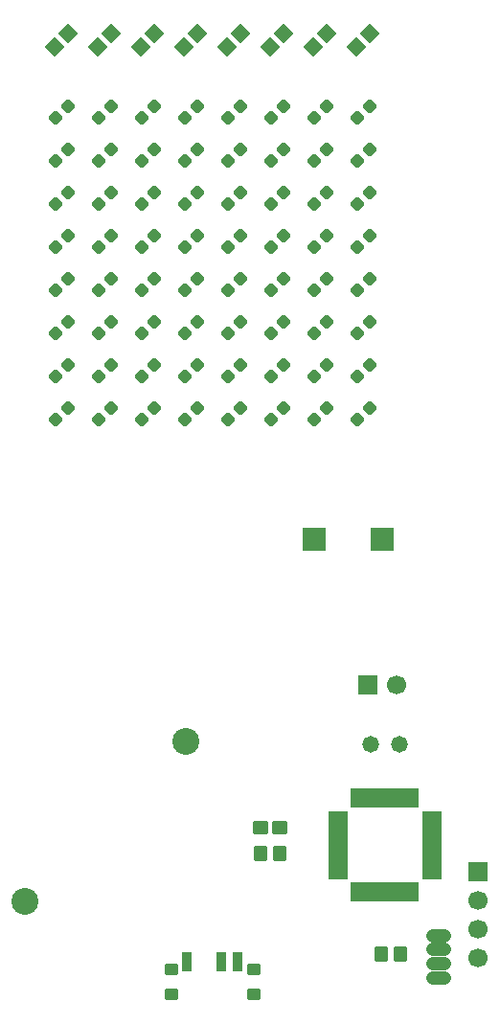
<source format=gbr>
%TF.GenerationSoftware,KiCad,Pcbnew,9.0.4*%
%TF.CreationDate,2025-08-30T15:32:04-04:00*%
%TF.ProjectId,business_card_pcb,62757369-6e65-4737-935f-636172645f70,rev?*%
%TF.SameCoordinates,Original*%
%TF.FileFunction,Soldermask,Top*%
%TF.FilePolarity,Negative*%
%FSLAX46Y46*%
G04 Gerber Fmt 4.6, Leading zero omitted, Abs format (unit mm)*
G04 Created by KiCad (PCBNEW 9.0.4) date 2025-08-30 15:32:04*
%MOMM*%
%LPD*%
G01*
G04 APERTURE LIST*
G04 Aperture macros list*
%AMRoundRect*
0 Rectangle with rounded corners*
0 $1 Rounding radius*
0 $2 $3 $4 $5 $6 $7 $8 $9 X,Y pos of 4 corners*
0 Add a 4 corners polygon primitive as box body*
4,1,4,$2,$3,$4,$5,$6,$7,$8,$9,$2,$3,0*
0 Add four circle primitives for the rounded corners*
1,1,$1+$1,$2,$3*
1,1,$1+$1,$4,$5*
1,1,$1+$1,$6,$7*
1,1,$1+$1,$8,$9*
0 Add four rect primitives between the rounded corners*
20,1,$1+$1,$2,$3,$4,$5,0*
20,1,$1+$1,$4,$5,$6,$7,0*
20,1,$1+$1,$6,$7,$8,$9,0*
20,1,$1+$1,$8,$9,$2,$3,0*%
G04 Aperture macros list end*
%ADD10RoundRect,0.101600X0.565685X0.000000X0.000000X0.565685X-0.565685X0.000000X0.000000X-0.565685X0*%
%ADD11RoundRect,0.101600X0.500000X0.550000X-0.500000X0.550000X-0.500000X-0.550000X0.500000X-0.550000X0*%
%ADD12RoundRect,0.101600X-0.550000X-0.500000X0.550000X-0.500000X0.550000X0.500000X-0.550000X0.500000X0*%
%ADD13R,1.700000X1.700000*%
%ADD14C,1.700000*%
%ADD15RoundRect,0.101600X0.495300X-0.406400X0.495300X0.406400X-0.495300X0.406400X-0.495300X-0.406400X0*%
%ADD16RoundRect,0.101600X0.355600X-0.749300X0.355600X0.749300X-0.355600X0.749300X-0.355600X-0.749300X0*%
%ADD17RoundRect,0.101600X-0.035355X0.742462X-0.742462X0.035355X0.035355X-0.742462X0.742462X-0.035355X0*%
%ADD18R,2.000000X2.000000*%
%ADD19O,2.219200X1.211200*%
%ADD20RoundRect,0.101600X-0.500000X-0.550000X0.500000X-0.550000X0.500000X0.550000X-0.500000X0.550000X0*%
%ADD21RoundRect,0.736600X-0.000010X-0.000010X0.000010X-0.000010X0.000010X0.000010X-0.000010X0.000010X0*%
%ADD22RoundRect,0.101600X0.140000X-0.779400X0.140000X0.779400X-0.140000X0.779400X-0.140000X-0.779400X0*%
%ADD23RoundRect,0.101600X0.779400X0.140000X-0.779400X0.140000X-0.779400X-0.140000X0.779400X-0.140000X0*%
%ADD24C,2.379000*%
G04 APERTURE END LIST*
D10*
%TO.C,LED29*%
X150936430Y-81613270D03*
X149875770Y-82673930D03*
%TD*%
%TO.C,LED37*%
X150936430Y-85423270D03*
X149875770Y-86483930D03*
%TD*%
%TO.C,LED64*%
X162366430Y-96853270D03*
X161305770Y-97913930D03*
%TD*%
%TO.C,LED48*%
X162366430Y-89233270D03*
X161305770Y-90293930D03*
%TD*%
%TO.C,LED24*%
X162366430Y-77803270D03*
X161305770Y-78863930D03*
%TD*%
%TO.C,LED21*%
X150936430Y-77803270D03*
X149875770Y-78863930D03*
%TD*%
%TO.C,LED43*%
X143316430Y-89233270D03*
X142255770Y-90293930D03*
%TD*%
%TO.C,LED20*%
X147126430Y-77803270D03*
X146065770Y-78863930D03*
%TD*%
%TO.C,LED22*%
X154746430Y-77803270D03*
X153685770Y-78863930D03*
%TD*%
%TO.C,LED27*%
X143316430Y-81613270D03*
X142255770Y-82673930D03*
%TD*%
D11*
%TO.C,R2*%
X154431100Y-136245600D03*
X152731100Y-136245600D03*
%TD*%
D10*
%TO.C,LED5*%
X150936430Y-70183270D03*
X149875770Y-71243930D03*
%TD*%
D12*
%TO.C,C9*%
X152731100Y-133959600D03*
X154431100Y-133959600D03*
%TD*%
D10*
%TO.C,LED17*%
X135696430Y-77803270D03*
X134635770Y-78863930D03*
%TD*%
%TO.C,LED8*%
X162366430Y-70183270D03*
X161305770Y-71243930D03*
%TD*%
%TO.C,LED34*%
X139506430Y-85423270D03*
X138445770Y-86483930D03*
%TD*%
%TO.C,LED63*%
X158556430Y-96853270D03*
X157495770Y-97913930D03*
%TD*%
D13*
%TO.C,J1*%
X172000000Y-137880000D03*
D14*
X172000000Y-140420000D03*
X172000000Y-142960000D03*
X172000000Y-145500000D03*
%TD*%
D10*
%TO.C,LED18*%
X139506430Y-77803270D03*
X138445770Y-78863930D03*
%TD*%
%TO.C,LED26*%
X139506430Y-81613270D03*
X138445770Y-82673930D03*
%TD*%
%TO.C,LED62*%
X154746430Y-96853270D03*
X153685770Y-97913930D03*
%TD*%
%TO.C,LED4*%
X147126430Y-70183270D03*
X146065770Y-71243930D03*
%TD*%
%TO.C,LED35*%
X143316430Y-85423270D03*
X142255770Y-86483930D03*
%TD*%
D15*
%TO.C,SW1*%
X144851100Y-148648600D03*
X152151100Y-148648600D03*
X152151100Y-146448600D03*
X144851100Y-146448600D03*
D16*
X146258300Y-145839000D03*
X149242800Y-145839000D03*
X150741400Y-145839000D03*
%TD*%
D10*
%TO.C,LED39*%
X158556430Y-85423270D03*
X157495770Y-86483930D03*
%TD*%
%TO.C,LED59*%
X143316430Y-96853270D03*
X142255770Y-97913930D03*
%TD*%
D17*
%TO.C,R9*%
X158627141Y-63762559D03*
X157425059Y-64964641D03*
%TD*%
D10*
%TO.C,LED53*%
X150936430Y-93043270D03*
X149875770Y-94103930D03*
%TD*%
%TO.C,LED12*%
X147126430Y-73993270D03*
X146065770Y-75053930D03*
%TD*%
D18*
%TO.C,SW2*%
X157460000Y-108510000D03*
X163460000Y-108510000D03*
%TD*%
D13*
%TO.C,REF\u002A\u002A*%
X162250000Y-121330000D03*
D14*
X164790000Y-121330000D03*
%TD*%
D10*
%TO.C,LED2*%
X139506430Y-70183270D03*
X138445770Y-71243930D03*
%TD*%
%TO.C,LED25*%
X135696430Y-81613270D03*
X134635770Y-82673930D03*
%TD*%
%TO.C,LED60*%
X147126430Y-96853270D03*
X146065770Y-97913930D03*
%TD*%
%TO.C,LED57*%
X135696430Y-96853270D03*
X134635770Y-97913930D03*
%TD*%
D17*
%TO.C,R3*%
X135767141Y-63762559D03*
X134565059Y-64964641D03*
%TD*%
D10*
%TO.C,LED56*%
X162366430Y-93043270D03*
X161305770Y-94103930D03*
%TD*%
%TO.C,LED28*%
X147126430Y-81613270D03*
X146065770Y-82673930D03*
%TD*%
%TO.C,LED6*%
X154746430Y-70183270D03*
X153685770Y-71243930D03*
%TD*%
%TO.C,LED30*%
X154746430Y-81613270D03*
X153685770Y-82673930D03*
%TD*%
%TO.C,LED9*%
X135696430Y-73993270D03*
X134635770Y-75053930D03*
%TD*%
%TO.C,LED19*%
X143316430Y-77803270D03*
X142255770Y-78863930D03*
%TD*%
%TO.C,LED23*%
X158556430Y-77803270D03*
X157495770Y-78863930D03*
%TD*%
D17*
%TO.C,R10*%
X162437141Y-63762559D03*
X161235059Y-64964641D03*
%TD*%
D10*
%TO.C,LED31*%
X158556430Y-81613270D03*
X157495770Y-82673930D03*
%TD*%
%TO.C,LED52*%
X147126430Y-93043270D03*
X146065770Y-94103930D03*
%TD*%
%TO.C,LED47*%
X158556430Y-89233270D03*
X157495770Y-90293930D03*
%TD*%
D19*
%TO.C,PROG0*%
X168496000Y-143500000D03*
X168496000Y-144750000D03*
X168496000Y-146000000D03*
X168496000Y-147250000D03*
%TD*%
D17*
%TO.C,R7*%
X151007141Y-63762559D03*
X149805059Y-64964641D03*
%TD*%
D10*
%TO.C,LED7*%
X158556430Y-70183270D03*
X157495770Y-71243930D03*
%TD*%
%TO.C,LED51*%
X143316430Y-93043270D03*
X142255770Y-94103930D03*
%TD*%
%TO.C,LED41*%
X135696430Y-89233270D03*
X134635770Y-90293930D03*
%TD*%
D20*
%TO.C,R1*%
X163399100Y-145135600D03*
X165099100Y-145135600D03*
%TD*%
D17*
%TO.C,R5*%
X143387141Y-63762559D03*
X142185059Y-64964641D03*
%TD*%
D21*
%TO.C,RX0*%
X162471100Y-126593600D03*
%TD*%
D10*
%TO.C,LED61*%
X150936430Y-96853270D03*
X149875770Y-97913930D03*
%TD*%
D22*
%TO.C,MP1*%
X160991100Y-139661900D03*
X161491100Y-139661900D03*
X161991100Y-139661900D03*
X162491100Y-139661900D03*
X162991100Y-139661900D03*
X163491100Y-139661900D03*
X163991100Y-139661900D03*
X164491100Y-139661900D03*
X164991100Y-139661900D03*
X165491100Y-139661900D03*
X165991100Y-139661900D03*
X166491100Y-139661900D03*
D23*
X167919400Y-138233600D03*
X167919400Y-137733600D03*
X167919400Y-137233600D03*
X167919400Y-136733600D03*
X167919400Y-136233600D03*
X167919400Y-135733600D03*
X167919400Y-135233600D03*
X167919400Y-134733600D03*
X167919400Y-134233600D03*
X167919400Y-133733600D03*
X167919400Y-133233600D03*
X167919400Y-132733600D03*
D22*
X166491100Y-131305300D03*
X165991100Y-131305300D03*
X165491100Y-131305300D03*
X164991100Y-131305300D03*
X164491100Y-131305300D03*
X163991100Y-131305300D03*
X163491100Y-131305300D03*
X162991100Y-131305300D03*
X162491100Y-131305300D03*
X161991100Y-131305300D03*
X161491100Y-131305300D03*
X160991100Y-131305300D03*
D23*
X159562800Y-132733600D03*
X159562800Y-133233600D03*
X159562800Y-133733600D03*
X159562800Y-134233600D03*
X159562800Y-134733600D03*
X159562800Y-135233600D03*
X159562800Y-135733600D03*
X159562800Y-136233600D03*
X159562800Y-136733600D03*
X159562800Y-137233600D03*
X159562800Y-137733600D03*
X159562800Y-138233600D03*
%TD*%
D10*
%TO.C,LED13*%
X150936430Y-73993270D03*
X149875770Y-75053930D03*
%TD*%
%TO.C,LED16*%
X162366430Y-73993270D03*
X161305770Y-75053930D03*
%TD*%
%TO.C,LED44*%
X147126430Y-89233270D03*
X146065770Y-90293930D03*
%TD*%
%TO.C,LED11*%
X143316430Y-73993270D03*
X142255770Y-75053930D03*
%TD*%
%TO.C,LED49*%
X135696430Y-93043270D03*
X134635770Y-94103930D03*
%TD*%
%TO.C,LED58*%
X139506430Y-96853270D03*
X138445770Y-97913930D03*
%TD*%
%TO.C,LED55*%
X158556430Y-93043270D03*
X157495770Y-94103930D03*
%TD*%
%TO.C,LED10*%
X139506430Y-73993270D03*
X138445770Y-75053930D03*
%TD*%
%TO.C,LED50*%
X139506430Y-93043270D03*
X138445770Y-94103930D03*
%TD*%
%TO.C,LED1*%
X135696430Y-70183270D03*
X134635770Y-71243930D03*
%TD*%
%TO.C,LED15*%
X158556430Y-73993270D03*
X157495770Y-75053930D03*
%TD*%
%TO.C,LED14*%
X154746430Y-73993270D03*
X153685770Y-75053930D03*
%TD*%
%TO.C,LED54*%
X154746430Y-93043270D03*
X153685770Y-94103930D03*
%TD*%
%TO.C,LED40*%
X162366430Y-85423270D03*
X161305770Y-86483930D03*
%TD*%
D17*
%TO.C,R8*%
X154817141Y-63762559D03*
X153615059Y-64964641D03*
%TD*%
D10*
%TO.C,LED46*%
X154746430Y-89233270D03*
X153685770Y-90293930D03*
%TD*%
%TO.C,LED38*%
X154746430Y-85423270D03*
X153685770Y-86483930D03*
%TD*%
%TO.C,LED32*%
X162366430Y-81613270D03*
X161305770Y-82673930D03*
%TD*%
D17*
%TO.C,R6*%
X147197141Y-63762559D03*
X145995059Y-64964641D03*
%TD*%
D10*
%TO.C,LED45*%
X150936430Y-89233270D03*
X149875770Y-90293930D03*
%TD*%
%TO.C,LED36*%
X147126430Y-85423270D03*
X146065770Y-86483930D03*
%TD*%
%TO.C,LED33*%
X135696430Y-85423270D03*
X134635770Y-86483930D03*
%TD*%
%TO.C,LED42*%
X139506430Y-89233270D03*
X138445770Y-90293930D03*
%TD*%
D24*
%TO.C,BT1*%
X146100000Y-126310000D03*
X131957864Y-140452136D03*
%TD*%
D21*
%TO.C,TX0*%
X165011100Y-126593600D03*
%TD*%
D10*
%TO.C,LED3*%
X143316430Y-70183270D03*
X142255770Y-71243930D03*
%TD*%
D17*
%TO.C,R4*%
X139577141Y-63762559D03*
X138375059Y-64964641D03*
%TD*%
M02*

</source>
